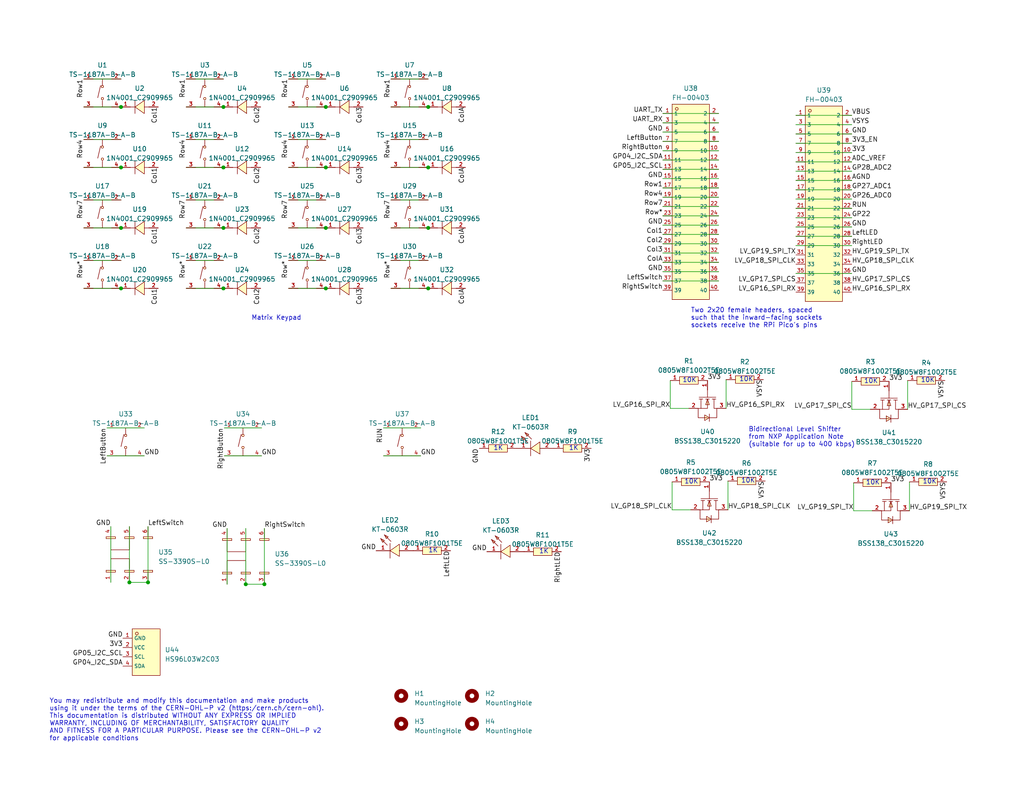
<source format=kicad_sch>
(kicad_sch (version 20230121) (generator eeschema)
  (paper "USLetter")
  (title_block (title "Cow Pi") (date "2023-09-09") (rev "mk4a") (comment 1 "This source describes Open Hardware and is licensed under the CERN-OHLP v2.") (comment 2 "Copyright (c) 2023 Christopher A. Bohn") (comment 3 "Display Module: I2C-controlled pre-packaged SSD13xx 128x64 OLED graphic display") (comment 4 "Microcontroller: Raspberry Pi Pico -- 3.3V with GP16-GP19 pins boosted to 5V"))
  (lib_symbols
    (symbol "0805W8F1001T5E:0805W8F1001T5E" (pin_names hide)
      (property "Reference" "R" (at 0 1.27 0))
      (property "Value" "0805W8F1001T5E" (at 0 -2.54 0))
      (symbol "0805W8F1001T5E_0_1"
        (rectangle (start -2.54 1.016) (end 2.54 -1.016) (fill (type background)))
        (pin input line (at -5.08 0 0) (length 2.54) (name "1") (number "1"))
        (pin input line (at 5.08 0 180) (length 2.54) (name "2") (number "2"))
      )
    )
    (symbol "0805W8F1002T5E:0805W8F1002T5E" (pin_names hide)
      (property "Reference" "R" (at 0 1.27 0))
      (property "Value" "0805W8F1002T5E" (at 0 -2.54 0))
      (symbol "0805W8F1002T5E_0_1"
        (rectangle (start -2.54 1.016) (end 2.54 -1.016) (fill (type background)))
        (pin input line (at -5.08 0 0) (length 2.54) (name "1") (number "1"))
        (pin input line (at 5.08 0 180) (length 2.54) (name "2") (number "2"))
      )
    )
    (symbol "1N4001_C2909965:1N4001_C2909965" (pin_names hide)
      (property "Reference" "U" (at 0 1.27 0))
      (property "Value" "1N4001_C2909965" (at 0 -2.54 0))
      (symbol "1N4001_C2909965_0_1"
        (polyline (pts (xy -1.27 0) (xy -2.54 0)))
        (polyline (pts (xy -1.27 1.778) (xy -1.27 -1.778)))
        (polyline (pts (xy 2.54 0) (xy 1.27 0)))
        (polyline (pts (xy 1.27 1.778) (xy -1.27 0) (xy 1.27 -1.778) (xy 1.27 1.778)) (fill (type background)))
        (pin unspecified line (at -5.08 0 0) (length 2.54) (name "K") (number "1"))
        (pin unspecified line (at 5.08 0 180) (length 2.54) (name "A") (number "2"))
      )
    )
    (symbol "BSS138_C3015220:BSS138_C3015220" (pin_names hide)
      (property "Reference" "U" (at 0 1.27 0))
      (property "Value" "BSS138_C3015220" (at 0 -2.54 0))
      (symbol "BSS138_C3015220_0_1"
        (polyline (pts (xy -5.08 0) (xy -3.048 0)))
        (polyline (pts (xy -3.048 2.286) (xy -3.048 -2.286)))
        (polyline (pts (xy -2.54 -2.286) (xy -2.54 -1.27)))
        (polyline (pts (xy -2.54 -0.508) (xy -2.54 0.508)))
        (polyline (pts (xy -2.54 2.286) (xy -2.54 1.27)))
        (polyline (pts (xy 0 -1.778) (xy -2.54 -1.778)))
        (polyline (pts (xy -2.54 0) (xy -1.016 -0.508) (xy -1.016 0.508) (xy -2.54 0)) (fill (type background)))
        (polyline (pts (xy 2.54 0.508) (xy 1.778 -0.762) (xy 3.302 -0.762) (xy 2.54 0.508)) (fill (type background)))
        (polyline (pts (xy 3.556 0.508) (xy 3.048 0.508) (xy 2.032 0.508) (xy 1.524 0.508)))
        (polyline (pts (xy -2.54 1.778) (xy 0 1.778) (xy 0 2.54) (xy 2.54 2.54) (xy 2.54 0.508)))
        (polyline (pts (xy -2.54 0) (xy 0 0) (xy 0 -2.54) (xy 2.54 -2.54) (xy 2.54 -2.54) (xy 2.54 0)))
        (pin unspecified line (at -7.62 0 0) (length 2.54) (name "G") (number "1"))
        (pin unspecified line (at 0 -5.08 90) (length 2.54) (name "S") (number "2"))
        (pin unspecified line (at 0 5.08 270) (length 2.54) (name "D") (number "3"))
      )
    )
    (symbol "FH-00403:FH-00403"
      (property "Reference" "U" (at 0 1.27 0))
      (property "Value" "FH-00403" (at 0 -2.54 0))
      (symbol "FH-00403_0_1"
        (rectangle (start -5.08 25.4001) (end 5.08 -27.9401) (fill (type background)))
        (circle (center -3.81 24.13) (radius 0.381) (fill (type background)))
        (pin unspecified line (at -7.62 22.86 0) (length 2.54) (name "1") (number "1"))
        (pin unspecified line (at 7.62 12.7 180) (length 2.54) (name "10") (number "10"))
        (pin unspecified line (at -7.62 10.16 0) (length 2.54) (name "11") (number "11"))
        (pin unspecified line (at 7.62 10.16 180) (length 2.54) (name "12") (number "12"))
        (pin unspecified line (at -7.62 7.62 0) (length 2.54) (name "13") (number "13"))
        (pin unspecified line (at 7.62 7.62 180) (length 2.54) (name "14") (number "14"))
        (pin unspecified line (at -7.62 5.08 0) (length 2.54) (name "15") (number "15"))
        (pin unspecified line (at 7.62 5.08 180) (length 2.54) (name "16") (number "16"))
        (pin unspecified line (at -7.62 2.54 0) (length 2.54) (name "17") (number "17"))
        (pin unspecified line (at 7.62 2.54 180) (length 2.54) (name "18") (number "18"))
        (pin unspecified line (at -7.62 0 0) (length 2.54) (name "19") (number "19"))
        (pin unspecified line (at 7.62 22.86 180) (length 2.54) (name "2") (number "2"))
        (pin unspecified line (at 7.62 0 180) (length 2.54) (name "20") (number "20"))
        (pin unspecified line (at -7.62 -2.54 0) (length 2.54) (name "21") (number "21"))
        (pin unspecified line (at 7.62 -2.54 180) (length 2.54) (name "22") (number "22"))
        (pin unspecified line (at -7.62 -5.08 0) (length 2.54) (name "23") (number "23"))
        (pin unspecified line (at 7.62 -5.08 180) (length 2.54) (name "24") (number "24"))
        (pin unspecified line (at -7.62 -7.62 0) (length 2.54) (name "25") (number "25"))
        (pin unspecified line (at 7.62 -7.62 180) (length 2.54) (name "26") (number "26"))
        (pin unspecified line (at -7.62 -10.16 0) (length 2.54) (name "27") (number "27"))
        (pin unspecified line (at 7.62 -10.16 180) (length 2.54) (name "28") (number "28"))
        (pin unspecified line (at -7.62 -12.7 0) (length 2.54) (name "29") (number "29"))
        (pin unspecified line (at -7.62 20.32 0) (length 2.54) (name "3") (number "3"))
        (pin unspecified line (at 7.62 -12.7 180) (length 2.54) (name "30") (number "30"))
        (pin unspecified line (at -7.62 -15.24 0) (length 2.54) (name "31") (number "31"))
        (pin unspecified line (at 7.62 -15.24 180) (length 2.54) (name "32") (number "32"))
        (pin unspecified line (at -7.62 -17.78 0) (length 2.54) (name "33") (number "33"))
        (pin unspecified line (at 7.62 -17.78 180) (length 2.54) (name "34") (number "34"))
        (pin unspecified line (at -7.62 -20.32 0) (length 2.54) (name "35") (number "35"))
        (pin unspecified line (at 7.62 -20.32 180) (length 2.54) (name "36") (number "36"))
        (pin unspecified line (at -7.62 -22.86 0) (length 2.54) (name "37") (number "37"))
        (pin unspecified line (at 7.62 -22.86 180) (length 2.54) (name "38") (number "38"))
        (pin unspecified line (at -7.62 -25.4001 0) (length 2.54) (name "39") (number "39"))
        (pin unspecified line (at 7.62 20.32 180) (length 2.54) (name "4") (number "4"))
        (pin unspecified line (at 7.62 -25.4001 180) (length 2.54) (name "40") (number "40"))
        (pin unspecified line (at -7.62 17.78 0) (length 2.54) (name "5") (number "5"))
        (pin unspecified line (at 7.62 17.78 180) (length 2.54) (name "6") (number "6"))
        (pin unspecified line (at -7.62 15.24 0) (length 2.54) (name "7") (number "7"))
        (pin unspecified line (at 7.62 15.24 180) (length 2.54) (name "8") (number "8"))
        (pin unspecified line (at -7.62 12.7 0) (length 2.54) (name "9") (number "9"))
      )
    )
    (symbol "HS96L03W2C03:HS96L03W2C03"
      (property "Reference" "U" (at 0 1.27 0))
      (property "Value" "HS96L03W2C03" (at 0 -2.54 0))
      (symbol "HS96L03W2C03_0_1"
        (rectangle (start -3.81 6.35) (end 3.81 -6.35) (fill (type background)))
        (circle (center -2.54 5.08) (radius 0.381) (fill (type background)))
        (pin unspecified line (at -6.35 3.81 0) (length 2.54) (name "GND") (number "1"))
        (pin unspecified line (at -6.35 1.27 0) (length 2.54) (name "VCC") (number "2"))
        (pin unspecified line (at -6.35 -1.27 0) (length 2.54) (name "SCL") (number "3"))
        (pin unspecified line (at -6.35 -3.81 0) (length 2.54) (name "SDA") (number "4"))
      )
    )
    (symbol "KT-0603R:KT-0603R" (pin_names hide)
      (property "Reference" "LED" (at 0 1.27 0))
      (property "Value" "KT-0603R" (at 0 -2.54 0))
      (symbol "KT-0603R_0_1"
        (polyline (pts (xy -2.032 1.524) (xy -3.81 3.302)))
        (polyline (pts (xy -1.27 2.032) (xy -1.27 -2.032)))
        (polyline (pts (xy -1.016 2.54) (xy -2.794 4.318)))
        (polyline (pts (xy -3.81 3.302) (xy -2.794 2.794) (xy -3.302 2.286) (xy -3.81 3.302)) (fill (type background)))
        (polyline (pts (xy -2.794 4.318) (xy -1.778 3.81) (xy -2.286 3.302) (xy -2.794 4.318)) (fill (type background)))
        (polyline (pts (xy 1.27 -1.524) (xy -1.27 0) (xy 1.27 1.778) (xy 1.27 -1.524)) (fill (type background)))
        (pin unspecified line (at -5.08 0 0) (length 3.81) (name "K") (number "1"))
        (pin unspecified line (at 5.08 0 180) (length 3.81) (name "A") (number "2"))
      )
    )
    (symbol "Mechanical:MountingHole" (pin_names (offset 1.016))
      (property "Reference" "H" (at 0 5.08 0))
      (property "Value" "MountingHole" (at 0 3.175 0))
      (symbol "MountingHole_0_1"
        (circle (center 0 0) (radius 1.27) (stroke (width 1.27)))
      )
    )
    (symbol "SS-3390S-L0:SS-3390S-L0" (pin_names hide)
      (property "Reference" "U" (at 0 1.27 0))
      (property "Value" "SS-3390S-L0" (at 0 -2.54 0))
      (symbol "SS-3390S-L0_0_1"
        (rectangle (start -6.35 -4.318) (end -3.81 -4.826) (fill (type background)))
        (rectangle (start -6.35 4.826) (end -3.81 4.318) (fill (type background)))
        (rectangle (start -1.27 -4.318) (end 1.27 -4.826) (fill (type background)))
        (rectangle (start -1.27 4.826) (end 1.27 4.318) (fill (type background)))
        (polyline (pts (xy -5.08 4.064) (xy -5.08 1.27) (xy 0 1.27) (xy 0 4.064)))
        (polyline (pts (xy 0 -3.937) (xy 0 -1.143) (xy -5.08 -1.143) (xy -5.08 -3.937)))
        (rectangle (start 3.81 -4.318) (end 6.35 -4.826) (fill (type background)))
        (rectangle (start 3.81 4.826) (end 6.35 4.318) (fill (type background)))
        (pin unspecified line (at -5.08 -7.62 90) (length 2.54) (name "1") (number "1"))
        (pin unspecified line (at 0 -7.62 90) (length 2.54) (name "2") (number "2"))
        (pin unspecified line (at 5.08 -7.62 90) (length 2.54) (name "3") (number "3"))
        (pin unspecified line (at -5.08 7.62 270) (length 2.54) (name "4") (number "4"))
        (pin unspecified line (at 0 7.62 270) (length 2.54) (name "5") (number "5"))
        (pin unspecified line (at 5.08 7.62 270) (length 2.54) (name "6") (number "6"))
      )
    )
    (symbol "TS-1187A-B-A-B:TS-1187A-B-A-B" (pin_names hide)
      (property "Reference" "U" (at 0 1.27 0))
      (property "Value" "TS-1187A-B-A-B" (at 0 -2.54 0))
      (symbol "TS-1187A-B-A-B_0_1"
        (circle (center 0 -2.794) (radius 0.3175) (fill (type background)))
        (polyline (pts (xy -2.54 -5.08) (xy 2.54 -5.08)))
        (polyline (pts (xy -2.54 2.54) (xy 2.54 2.54)))
        (polyline (pts (xy -0.508 0.762) (xy -1.27 -2.54)))
        (polyline (pts (xy 0 -3.302) (xy 0 -5.08)))
        (polyline (pts (xy 0 0.762) (xy 0 2.54)))
        (circle (center 0 0.508) (radius 0.3175) (fill (type background)))
        (pin unspecified line (at -5.08 2.54 0) (length 2.54) (name "A") (number "1"))
        (pin unspecified line (at 5.08 2.54 180) (length 2.54) (name "B") (number "2"))
        (pin unspecified line (at -5.08 -5.08 0) (length 2.54) (name "C") (number "3"))
        (pin unspecified line (at 5.08 -5.08 180) (length 2.54) (name "D") (number "4"))
      )
    )
  )
  (junction (at 116.84 45.72))
  (junction (at 88.9 29.21))
  (junction (at 88.9 62.23))
  (junction (at 116.84 29.21))
  (junction (at 116.84 62.23))
  (junction (at 88.9 78.74))
  (junction (at 60.96 45.72))
  (junction (at 60.96 29.21))
  (junction (at 33.02 45.72))
  (junction (at 60.96 62.23))
  (junction (at 35.306 159.004))
  (junction (at 67.056 159.512))
  (junction (at 116.84 78.74))
  (junction (at 33.02 78.74))
  (junction (at 60.96 78.74))
  (junction (at 33.02 62.23))
  (junction (at 88.9 45.72))
  (junction (at 33.02 29.21))
  (junction (at 72.136 159.512))
  (junction (at 40.386 159.004))
  (wire (pts (xy 187.96 111.506) (xy 182.88 111.506)))
  (wire (pts (xy 237.998 139.446) (xy 232.918 139.446)))
  (wire (pts (xy 106.68 62.23) (xy 116.84 62.23)))
  (wire (pts (xy 29.21 116.84) (xy 39.37 116.84)))
  (wire (pts (xy 35.306 143.764) (xy 35.306 159.004)))
  (wire (pts (xy 217.17 59.436) (xy 232.41 59.436)))
  (wire (pts (xy 50.8 62.23) (xy 60.96 62.23)))
  (wire (pts (xy 180.848 58.928) (xy 196.088 58.928)))
  (wire (pts (xy 67.056 159.512) (xy 72.136 159.512)))
  (wire (pts (xy 180.848 76.708) (xy 196.088 76.708)))
  (wire (pts (xy 180.848 30.988) (xy 196.088 30.988)))
  (wire (pts (xy 104.648 124.46) (xy 114.808 124.46)))
  (wire (pts (xy 22.86 21.59) (xy 33.02 21.59)))
  (wire (pts (xy 237.49 111.76) (xy 232.41 111.76)))
  (wire (pts (xy 217.17 67.056) (xy 232.41 67.056)))
  (wire (pts (xy 61.976 144.272) (xy 61.976 159.512)))
  (wire (pts (xy 35.306 159.004) (xy 40.386 159.004)))
  (wire (pts (xy 106.68 45.72) (xy 116.84 45.72)))
  (wire (pts (xy 217.17 46.736) (xy 232.41 46.736)))
  (wire (pts (xy 29.21 124.46) (xy 39.37 124.46)))
  (wire (pts (xy 217.17 54.356) (xy 232.41 54.356)))
  (wire (pts (xy 232.41 104.14) (xy 232.41 111.76)))
  (wire (pts (xy 30.226 143.764) (xy 30.226 159.004)))
  (wire (pts (xy 106.68 29.21) (xy 116.84 29.21)))
  (wire (pts (xy 106.68 71.12) (xy 116.84 71.12)))
  (wire (pts (xy 232.918 131.826) (xy 232.918 139.446)))
  (wire (pts (xy 78.74 29.21) (xy 88.9 29.21)))
  (wire (pts (xy 104.648 116.84) (xy 114.808 116.84)))
  (wire (pts (xy 67.056 144.272) (xy 67.056 159.512)))
  (wire (pts (xy 183.388 131.572) (xy 183.388 139.192)))
  (wire (pts (xy 180.848 43.688) (xy 196.088 43.688)))
  (wire (pts (xy 22.86 29.21) (xy 33.02 29.21)))
  (wire (pts (xy 180.848 41.148) (xy 196.088 41.148)))
  (wire (pts (xy 78.74 71.12) (xy 88.9 71.12)))
  (wire (pts (xy 188.468 139.192) (xy 183.388 139.192)))
  (wire (pts (xy 106.68 38.1) (xy 116.84 38.1)))
  (wire (pts (xy 180.848 46.228) (xy 196.088 46.228)))
  (wire (pts (xy 217.17 64.516) (xy 232.41 64.516)))
  (wire (pts (xy 217.17 36.576) (xy 232.41 36.576)))
  (wire (pts (xy 22.86 54.61) (xy 33.02 54.61)))
  (wire (pts (xy 198.628 131.318) (xy 198.628 139.192)))
  (wire (pts (xy 217.17 74.676) (xy 232.41 74.676)))
  (wire (pts (xy 78.74 38.1) (xy 88.9 38.1)))
  (wire (pts (xy 217.17 39.116) (xy 232.41 39.116)))
  (wire (pts (xy 22.86 62.23) (xy 33.02 62.23)))
  (wire (pts (xy 50.8 78.74) (xy 60.96 78.74)))
  (wire (pts (xy 180.848 48.768) (xy 196.088 48.768)))
  (wire (pts (xy 180.848 69.088) (xy 196.088 69.088)))
  (wire (pts (xy 50.8 21.59) (xy 60.96 21.59)))
  (wire (pts (xy 180.848 71.628) (xy 196.088 71.628)))
  (wire (pts (xy 61.214 116.84) (xy 71.374 116.84)))
  (wire (pts (xy 40.386 143.764) (xy 40.386 159.004)))
  (wire (pts (xy 78.74 45.72) (xy 88.9 45.72)))
  (wire (pts (xy 180.848 36.068) (xy 196.088 36.068)))
  (wire (pts (xy 217.17 61.976) (xy 232.41 61.976)))
  (wire (pts (xy 180.848 53.848) (xy 196.088 53.848)))
  (wire (pts (xy 106.68 21.59) (xy 116.84 21.59)))
  (wire (pts (xy 106.68 54.61) (xy 116.84 54.61)))
  (wire (pts (xy 247.65 103.886) (xy 247.65 111.76)))
  (wire (pts (xy 22.86 71.12) (xy 33.02 71.12)))
  (wire (pts (xy 217.17 41.656) (xy 232.41 41.656)))
  (wire (pts (xy 180.848 33.528) (xy 196.088 33.528)))
  (wire (pts (xy 180.848 64.008) (xy 196.088 64.008)))
  (wire (pts (xy 78.74 62.23) (xy 88.9 62.23)))
  (wire (pts (xy 182.88 103.886) (xy 182.88 111.506)))
  (wire (pts (xy 217.17 56.896) (xy 232.41 56.896)))
  (wire (pts (xy 50.8 45.72) (xy 60.96 45.72)))
  (wire (pts (xy 180.848 66.548) (xy 196.088 66.548)))
  (wire (pts (xy 217.17 49.276) (xy 232.41 49.276)))
  (wire (pts (xy 217.17 31.496) (xy 232.41 31.496)))
  (wire (pts (xy 217.17 51.816) (xy 232.41 51.816)))
  (wire (pts (xy 22.86 38.1) (xy 33.02 38.1)))
  (wire (pts (xy 50.8 71.12) (xy 60.96 71.12)))
  (wire (pts (xy 22.86 78.74) (xy 33.02 78.74)))
  (wire (pts (xy 22.86 45.72) (xy 33.02 45.72)))
  (wire (pts (xy 78.74 54.61) (xy 88.9 54.61)))
  (wire (pts (xy 61.214 124.46) (xy 71.374 124.46)))
  (wire (pts (xy 217.17 44.196) (xy 232.41 44.196)))
  (wire (pts (xy 180.848 61.468) (xy 196.088 61.468)))
  (wire (pts (xy 50.8 29.21) (xy 60.96 29.21)))
  (wire (pts (xy 198.12 103.632) (xy 198.12 111.506)))
  (wire (pts (xy 106.68 78.74) (xy 116.84 78.74)))
  (wire (pts (xy 180.848 74.168) (xy 196.088 74.168)))
  (wire (pts (xy 248.158 131.572) (xy 248.158 139.446)))
  (wire (pts (xy 78.74 21.59) (xy 88.9 21.59)))
  (wire (pts (xy 50.8 38.1) (xy 60.96 38.1)))
  (wire (pts (xy 50.8 54.61) (xy 60.96 54.61)))
  (wire (pts (xy 180.848 56.388) (xy 196.088 56.388)))
  (wire (pts (xy 78.74 78.74) (xy 88.9 78.74)))
  (wire (pts (xy 180.848 38.608) (xy 196.088 38.608)))
  (wire (pts (xy 180.848 51.308) (xy 196.088 51.308)))
  (wire (pts (xy 217.17 34.036) (xy 232.41 34.036)))
  (wire (pts (xy 72.136 144.272) (xy 72.136 159.512)))
  (text "10K" (at 186.69 132.334 0) (effects (font (size 1.27 1.27)) (justify left bottom)))
  (text "10K" (at 202.184 132.08 0) (effects (font (size 1.27 1.27)) (justify left bottom)))
  (text "You may redistribute and modify this documentation and make products\nusing it under the terms of the CERN-OHL-P v2 (https:/cern.ch/cern-ohl).\nThis documentation is distributed WITHOUT ANY EXPRESS OR IMPLIED\nWARRANTY, INCLUDING OF MERCHANTABILITY, SATISFACTORY QUALITY\nAND FITNESS FOR A PARTICULAR PURPOSE. Please see the CERN-OHL-P v2\nfor applicable conditions" (at 13.462 202.438 0) (effects (font (size 1.27 1.27)) (justify left bottom)))
  (text "Two 2x20 female headers, spaced\nsuch that the inward-facing sockets\nsockets receive the RPi Pico's pins" (at 188.468 89.662 0) (effects (font (size 1.27 1.27)) (justify left bottom)))
  (text "10K" (at 251.206 104.648 0) (effects (font (size 1.27 1.27)) (justify left bottom)))
  (text "10K" (at 186.182 104.648 0) (effects (font (size 1.27 1.27)) (justify left bottom)))
  (text "10K" (at 201.676 104.394 0) (effects (font (size 1.27 1.27)) (justify left bottom)))
  (text "1K" (at 155.194 123.19 0) (effects (font (size 1.27 1.27)) (justify left bottom)))
  (text "10K" (at 236.22 132.588 0) (effects (font (size 1.27 1.27)) (justify left bottom)))
  (text "10K" (at 251.714 132.334 0) (effects (font (size 1.27 1.27)) (justify left bottom)))
  (text "1K" (at 116.84 151.13 0) (effects (font (size 1.27 1.27)) (justify left bottom)))
  (text "1K" (at 134.62 123.19 0) (effects (font (size 1.27 1.27)) (justify left bottom)))
  (text "Bidirectional Level Shifter\nfrom NXP Application Note\n(suitable for up to 400 kbps)" (at 204.216 122.174 0) (effects (font (size 1.27 1.27)) (justify left bottom)))
  (text "Matrix Keypad" (at 68.58 87.63 0) (effects (font (size 1.27 1.27)) (justify left bottom)))
  (text "1K" (at 147.066 151.384 0) (effects (font (size 1.27 1.27)) (justify left bottom)))
  (text "10K" (at 235.712 104.902 0) (effects (font (size 1.27 1.27)) (justify left bottom)))
  (label "GP27_ADC1" (at 232.41 51.816 0))
  (label "GND" (at 232.41 36.576 0))
  (label "Row1" (at 22.86 21.59 270))
  (label "GP04_I2C_SDA" (at 180.848 43.688 180))
  (label "LeftLED" (at 122.936 150.368 270))
  (label "LV_GP19_SPI_TX" (at 217.17 69.596 180))
  (label "RightButton" (at 180.848 41.148 180))
  (label "Row1" (at 78.74 21.59 270))
  (label "GND" (at 102.616 150.368 180))
  (label "LeftButton" (at 180.848 38.608 180))
  (label "HV_GP17_SPI_CS" (at 232.41 77.216 0))
  (label "Row1" (at 180.848 51.308 180))
  (label "GP26_ADC0" (at 232.41 54.356 0))
  (label "ADC_VREF" (at 232.41 44.196 0))
  (label "Row1" (at 50.8 21.59 270))
  (label "Row7" (at 22.86 54.61 270))
  (label "ColA" (at 127 78.74 270))
  (label "GND" (at 180.848 61.468 180))
  (label "LV_GP19_SPI_TX" (at 232.918 139.446 180))
  (label "Row7" (at 78.74 54.61 270))
  (label "LeftSwitch" (at 180.848 76.708 180))
  (label "VSYS" (at 232.41 34.036 0))
  (label "GP28_ADC2" (at 232.41 46.736 0))
  (label "AGND" (at 232.41 49.276 0))
  (label "GND" (at 180.848 48.768 180))
  (label "Col1" (at 43.18 62.23 270))
  (label "3V3" (at 232.41 41.656 0))
  (label "GND" (at 180.848 36.068 180))
  (label "GND" (at 232.41 61.976 0))
  (label "RUN" (at 232.41 56.896 0))
  (label "GND" (at 114.808 124.46 0))
  (label "RUN" (at 104.648 116.84 270))
  (label "Row*" (at 78.74 71.12 270))
  (label "Col1" (at 43.18 45.72 270))
  (label "Row4" (at 50.8 38.1 270))
  (label "HV_GP18_SPI_CLK" (at 232.41 72.136 0))
  (label "3V3" (at 33.528 176.784 180))
  (label "HV_GP16_SPI_RX" (at 198.12 111.506 0))
  (label "HV_GP18_SPI_CLK" (at 198.628 139.192 0))
  (label "Col3" (at 180.848 69.088 180))
  (label "Row*" (at 180.848 58.928 180))
  (label "GND" (at 180.848 74.168 180))
  (label "GND" (at 71.374 124.46 0))
  (label "Row*" (at 106.68 71.12 270))
  (label "3V3" (at 161.29 122.428 270))
  (label "Row*" (at 50.8 71.12 270))
  (label "VSYS" (at 208.788 131.318 270))
  (label "Col2" (at 71.12 62.23 270))
  (label "RightLED" (at 153.162 150.622 270))
  (label "UART_TX" (at 180.848 30.988 180))
  (label "LV_GP17_SPI_CS" (at 217.17 77.216 180))
  (label "Col2" (at 71.12 29.21 270))
  (label "Row7" (at 50.8 54.61 270))
  (label "ColA" (at 127 29.21 270))
  (label "Col2" (at 180.848 66.548 180))
  (label "Row7" (at 180.848 56.388 180))
  (label "GND" (at 232.41 74.676 0))
  (label "HV_GP16_SPI_RX" (at 232.41 79.756 0))
  (label "LV_GP17_SPI_CS" (at 232.41 111.76 180))
  (label "Row4" (at 106.68 38.1 270))
  (label "Row4" (at 78.74 38.1 270))
  (label "Row1" (at 106.68 21.59 270))
  (label "Col1" (at 43.18 78.74 270))
  (label "LeftButton" (at 29.21 116.84 270))
  (label "VSYS" (at 208.28 103.632 270))
  (label "RightSwitch" (at 180.848 79.248 180))
  (label "GP22" (at 232.41 59.436 0))
  (label "GND" (at 132.842 150.622 180))
  (label "GP04_I2C_SDA" (at 33.528 181.864 180))
  (label "3V3" (at 243.078 131.826 0))
  (label "GND" (at 39.37 124.46 0))
  (label "LeftSwitch" (at 40.386 143.764 0))
  (label "HV_GP19_SPI_TX" (at 248.158 139.446 0))
  (label "RightButton" (at 61.214 116.84 270))
  (label "Col3" (at 99.06 45.72 270))
  (label "LeftLED" (at 232.41 64.516 0))
  (label "LV_GP16_SPI_RX" (at 217.17 79.756 180))
  (label "Col3" (at 99.06 29.21 270))
  (label "Row*" (at 22.86 71.12 270))
  (label "GND" (at 130.81 122.428 270))
  (label "Col2" (at 71.12 78.74 270))
  (label "3V3" (at 242.57 104.14 0))
  (label "LV_GP18_SPI_CLK" (at 217.17 72.136 180))
  (label "Row7" (at 106.68 54.61 270))
  (label "ColA" (at 180.848 71.628 180))
  (label "HV_GP19_SPI_TX" (at 232.41 69.596 0))
  (label "Row4" (at 180.848 53.848 180))
  (label "LV_GP18_SPI_CLK" (at 183.388 139.192 180))
  (label "VSYS" (at 258.318 131.572 270))
  (label "GND" (at 30.226 143.764 180))
  (label "Col1" (at 180.848 64.008 180))
  (label "Col1" (at 43.18 29.21 270))
  (label "GP05_I2C_SCL" (at 180.848 46.228 180))
  (label "VSYS" (at 257.81 103.886 270))
  (label "ColA" (at 127 62.23 270))
  (label "3V3" (at 193.548 131.572 0))
  (label "RightSwitch" (at 72.136 144.272 0))
  (label "HV_GP17_SPI_CS" (at 247.65 111.76 0))
  (label "Col3" (at 99.06 62.23 270))
  (label "VBUS" (at 232.41 31.496 0))
  (label "3V3" (at 193.04 103.886 0))
  (label "Col2" (at 71.12 45.72 270))
  (label "LV_GP16_SPI_RX" (at 182.88 111.506 180))
  (label "Row4" (at 22.86 38.1 270))
  (label "RightLED" (at 232.41 67.056 0))
  (label "GP05_I2C_SCL" (at 33.528 179.324 180))
  (label "UART_RX" (at 180.848 33.528 180))
  (label "Col3" (at 99.06 78.74 270))
  (label "ColA" (at 127 45.72 270))
  (label "GND" (at 61.976 144.272 180))
  (label "3V3_EN" (at 232.41 39.116 0))
  (label "GND" (at 33.528 174.244 180))
  (symbol (lib_id "BSS138_C3015220:BSS138_C3015220") (at 193.04 111.506 270) (unit 1)
    (property "Reference" "U40" (at 193.04 117.856 90))
    (property "Value" "BSS138_C3015220" (at 193.04 120.396 90))
    (property "Footprint" "footprint:SOT-23-3_L2.9-W1.3-P1.90-LS2.4-BR-1" (effects hide))
    (property "Datasheet" "https://www.diodes.com/assets/Package-Files/SOT23.pdf" (effects hide))
    (property "LCSC" "C3015220" (effects hide))
  )
  (symbol (lib_id "0805W8F1002T5E:0805W8F1002T5E") (at 203.2 103.632 0) (unit 1)
    (property "Reference" "R2" (at 203.2 98.806 0))
    (property "Value" "0805W8F1002T5E" (at 203.2 101.346 0))
    (property "Footprint" "footprint:R0805" (effects hide))
    (property "Datasheet" "https://item.szlcsc.com/142685.html" (effects hide))
    (property "LCSC" "C17414" (effects hide))
  )
  (symbol (lib_id "TS-1187A-B-A-B:TS-1187A-B-A-B") (at 111.76 40.64 0) (unit 1)
    (property "Reference" "U15" (at 111.76 34.29 0))
    (property "Value" "TS-1187A-B-A-B" (at 111.76 36.83 0))
    (property "Footprint" "footprint:SW-SMD_4P-L5.1-W5.1-P3.70-LS6.5-TL-2" (effects hide))
    (property "Datasheet" "https://item.szlcsc.com/300285.html" (effects hide))
    (property "LCSC" "C318884" (effects hide))
  )
  (symbol (lib_id "0805W8F1002T5E:0805W8F1002T5E") (at 203.708 131.318 0) (unit 1)
    (property "Reference" "R6" (at 203.708 126.492 0))
    (property "Value" "0805W8F1002T5E" (at 203.708 129.032 0))
    (property "Footprint" "footprint:R0805" (effects hide))
    (property "Datasheet" "https://item.szlcsc.com/142685.html" (effects hide))
    (property "LCSC" "C17414" (effects hide))
  )
  (symbol (lib_id "0805W8F1002T5E:0805W8F1002T5E") (at 188.468 131.572 0) (unit 1)
    (property "Reference" "R5" (at 188.468 126.238 0))
    (property "Value" "0805W8F1002T5E" (at 188.468 128.778 0))
    (property "Footprint" "footprint:R0805" (effects hide))
    (property "Datasheet" "https://item.szlcsc.com/142685.html" (effects hide))
    (property "LCSC" "C17414" (effects hide))
  )
  (symbol (lib_id "TS-1187A-B-A-B:TS-1187A-B-A-B") (at 34.29 119.38 0) (unit 1)
    (property "Reference" "U33" (at 34.29 113.03 0))
    (property "Value" "TS-1187A-B-A-B" (at 34.29 115.57 0))
    (property "Footprint" "footprint:SW-SMD_4P-L5.1-W5.1-P3.70-LS6.5-TL-2" (effects hide))
    (property "Datasheet" "https://item.szlcsc.com/300285.html" (effects hide))
    (property "LCSC" "C318884" (effects hide))
  )
  (symbol (lib_id "1N4001_C2909965:1N4001_C2909965") (at 66.04 62.23 0) (unit 1)
    (property "Reference" "U23" (at 66.04 57.15 0))
    (property "Value" "1N4001_C2909965" (at 66.04 59.69 0))
    (property "Footprint" "footprint:SMA_L4.2-W2.6-LS5.0-RD" (effects hide))
    (property "Datasheet" "https://atta.szlcsc.com/upload/public/pdf/source/20211027/5AE7E905FA0C08CC7DD61360253C0AAD.pdf" (effects hide))
    (property "LCSC" "C2909965" (effects hide))
  )
  (symbol (lib_id "BSS138_C3015220:BSS138_C3015220") (at 193.548 139.192 270) (unit 1)
    (property "Reference" "U42" (at 193.548 145.542 90))
    (property "Value" "BSS138_C3015220" (at 193.548 148.082 90))
    (property "Footprint" "footprint:SOT-23-3_L2.9-W1.3-P1.90-LS2.4-BR-1" (effects hide))
    (property "Datasheet" "https://www.diodes.com/assets/Package-Files/SOT23.pdf" (effects hide))
    (property "LCSC" "C3015220" (effects hide))
  )
  (symbol (lib_id "0805W8F1002T5E:0805W8F1002T5E") (at 187.96 103.886 0) (unit 1)
    (property "Reference" "R1" (at 187.96 98.552 0))
    (property "Value" "0805W8F1002T5E" (at 187.96 101.092 0))
    (property "Footprint" "footprint:R0805" (effects hide))
    (property "Datasheet" "https://item.szlcsc.com/142685.html" (effects hide))
    (property "LCSC" "C17414" (effects hide))
  )
  (symbol (lib_id "TS-1187A-B-A-B:TS-1187A-B-A-B") (at 66.294 119.38 0) (unit 1)
    (property "Reference" "U34" (at 66.294 113.03 0))
    (property "Value" "TS-1187A-B-A-B" (at 66.294 115.57 0))
    (property "Footprint" "footprint:SW-SMD_4P-L5.1-W5.1-P3.70-LS6.5-TL-2" (effects hide))
    (property "Datasheet" "https://item.szlcsc.com/300285.html" (effects hide))
    (property "LCSC" "C318884" (effects hide))
  )
  (symbol (lib_id "1N4001_C2909965:1N4001_C2909965") (at 121.92 29.21 0) (unit 1)
    (property "Reference" "U8" (at 121.92 24.13 0))
    (property "Value" "1N4001_C2909965" (at 121.92 26.67 0))
    (property "Footprint" "footprint:SMA_L4.2-W2.6-LS5.0-RD" (effects hide))
    (property "Datasheet" "https://atta.szlcsc.com/upload/public/pdf/source/20211027/5AE7E905FA0C08CC7DD61360253C0AAD.pdf" (effects hide))
    (property "LCSC" "C2909965" (effects hide))
  )
  (symbol (lib_id "0805W8F1002T5E:0805W8F1002T5E") (at 252.73 103.886 0) (unit 1)
    (property "Reference" "R4" (at 252.73 99.06 0))
    (property "Value" "0805W8F1002T5E" (at 252.73 101.6 0))
    (property "Footprint" "footprint:R0805" (effects hide))
    (property "Datasheet" "https://item.szlcsc.com/142685.html" (effects hide))
    (property "LCSC" "C17414" (effects hide))
  )
  (symbol (lib_id "0805W8F1001T5E:0805W8F1001T5E") (at 156.21 122.428 0) (unit 1)
    (property "Reference" "R9" (at 156.21 117.856 0))
    (property "Value" "0805W8F1001T5E" (at 156.21 120.396 0))
    (property "Footprint" "footprint:R0805" (effects hide))
    (property "Datasheet" "https://item.szlcsc.com/142685.html" (effects hide))
    (property "LCSC" "C17513" (effects hide))
  )
  (symbol (lib_id "1N4001_C2909965:1N4001_C2909965") (at 121.92 78.74 0) (unit 1)
    (property "Reference" "U32" (at 121.92 73.66 0))
    (property "Value" "1N4001_C2909965" (at 121.92 76.2 0))
    (property "Footprint" "footprint:SMA_L4.2-W2.6-LS5.0-RD" (effects hide))
    (property "Datasheet" "https://atta.szlcsc.com/upload/public/pdf/source/20211027/5AE7E905FA0C08CC7DD61360253C0AAD.pdf" (effects hide))
    (property "LCSC" "C2909965" (effects hide))
  )
  (symbol (lib_id "TS-1187A-B-A-B:TS-1187A-B-A-B") (at 27.94 24.13 0) (unit 1)
    (property "Reference" "U1" (at 27.94 17.78 0))
    (property "Value" "TS-1187A-B-A-B" (at 27.94 20.32 0))
    (property "Footprint" "footprint:SW-SMD_4P-L5.1-W5.1-P3.70-LS6.5-TL-2" (effects hide))
    (property "Datasheet" "https://item.szlcsc.com/300285.html" (effects hide))
    (property "LCSC" "C318884" (effects hide))
  )
  (symbol (lib_id "KT-0603R:KT-0603R") (at 146.05 122.428 0) (unit 1)
    (property "Reference" "LED1" (at 144.78 114.046 0))
    (property "Value" "KT-0603R" (at 144.78 116.586 0))
    (property "Footprint" "footprint:LED0603-RD" (effects hide))
    (property "Datasheet" "https://item.szlcsc.com/347874.html" (effects hide))
    (property "LCSC" "C2286" (effects hide))
  )
  (symbol (lib_id "TS-1187A-B-A-B:TS-1187A-B-A-B") (at 27.94 73.66 0) (unit 1)
    (property "Reference" "U18" (at 27.94 67.31 0))
    (property "Value" "TS-1187A-B-A-B" (at 27.94 69.85 0))
    (property "Footprint" "footprint:SW-SMD_4P-L5.1-W5.1-P3.70-LS6.5-TL-2" (effects hide))
    (property "Datasheet" "https://item.szlcsc.com/300285.html" (effects hide))
    (property "LCSC" "C318884" (effects hide))
  )
  (symbol (lib_id "FH-00403:FH-00403") (at 188.468 53.848 0) (unit 1)
    (property "Reference" "U38" (at 188.468 24.13 0))
    (property "Value" "FH-00403" (at 188.468 26.67 0))
    (property "Footprint" "footprint:HDR-SMD_40P-P2.54-V-F-R2-C20-S8.8-EH" (effects hide))
    (property "Datasheet" "https://item.szlcsc.com/2784393.html" (effects hide))
    (property "LCSC" "C2685119" (effects hide))
  )
  (symbol (lib_id "TS-1187A-B-A-B:TS-1187A-B-A-B") (at 111.76 73.66 0) (unit 1)
    (property "Reference" "U30" (at 111.76 67.31 0))
    (property "Value" "TS-1187A-B-A-B" (at 111.76 69.85 0))
    (property "Footprint" "footprint:SW-SMD_4P-L5.1-W5.1-P3.70-LS6.5-TL-2" (effects hide))
    (property "Datasheet" "https://item.szlcsc.com/300285.html" (effects hide))
    (property "LCSC" "C318884" (effects hide))
  )
  (symbol (lib_id "KT-0603R:KT-0603R") (at 107.696 150.368 0) (unit 1)
    (property "Reference" "LED2" (at 106.426 141.986 0))
    (property "Value" "KT-0603R" (at 106.426 144.526 0))
    (property "Footprint" "footprint:LED0603-RD" (effects hide))
    (property "Datasheet" "https://item.szlcsc.com/347874.html" (effects hide))
    (property "LCSC" "C2286" (effects hide))
  )
  (symbol (lib_id "0805W8F1002T5E:0805W8F1002T5E") (at 237.49 104.14 0) (unit 1)
    (property "Reference" "R3" (at 237.49 98.806 0))
    (property "Value" "0805W8F1002T5E" (at 237.49 101.346 0))
    (property "Footprint" "footprint:R0805" (effects hide))
    (property "Datasheet" "https://item.szlcsc.com/142685.html" (effects hide))
    (property "LCSC" "C17414" (effects hide))
  )
  (symbol (lib_id "Mechanical:MountingHole") (at 109.474 197.612 0) (unit 1)
    (property "Reference" "H3" (at 113.03 196.977 0) (effects (justify left)))
    (property "Value" "MountingHole" (at 113.03 199.517 0) (effects (justify left)))
    (property "Footprint" "MountingHole:MountingHole_3mm_Pad" (effects hide))
  )
  (symbol (lib_id "1N4001_C2909965:1N4001_C2909965") (at 93.98 45.72 0) (unit 1)
    (property "Reference" "U14" (at 93.98 40.64 0))
    (property "Value" "1N4001_C2909965" (at 93.98 43.18 0))
    (property "Footprint" "footprint:SMA_L4.2-W2.6-LS5.0-RD" (effects hide))
    (property "Datasheet" "https://atta.szlcsc.com/upload/public/pdf/source/20211027/5AE7E905FA0C08CC7DD61360253C0AAD.pdf" (effects hide))
    (property "LCSC" "C2909965" (effects hide))
  )
  (symbol (lib_id "1N4001_C2909965:1N4001_C2909965") (at 66.04 29.21 0) (unit 1)
    (property "Reference" "U4" (at 66.04 24.13 0))
    (property "Value" "1N4001_C2909965" (at 66.04 26.67 0))
    (property "Footprint" "footprint:SMA_L4.2-W2.6-LS5.0-RD" (effects hide))
    (property "Datasheet" "https://atta.szlcsc.com/upload/public/pdf/source/20211027/5AE7E905FA0C08CC7DD61360253C0AAD.pdf" (effects hide))
    (property "LCSC" "C2909965" (effects hide))
  )
  (symbol (lib_id "1N4001_C2909965:1N4001_C2909965") (at 121.92 62.23 0) (unit 1)
    (property "Reference" "U31" (at 121.92 57.15 0))
    (property "Value" "1N4001_C2909965" (at 121.92 59.69 0))
    (property "Footprint" "footprint:SMA_L4.2-W2.6-LS5.0-RD" (effects hide))
    (property "Datasheet" "https://atta.szlcsc.com/upload/public/pdf/source/20211027/5AE7E905FA0C08CC7DD61360253C0AAD.pdf" (effects hide))
    (property "LCSC" "C2909965" (effects hide))
  )
  (symbol (lib_id "TS-1187A-B-A-B:TS-1187A-B-A-B") (at 83.82 57.15 0) (unit 1)
    (property "Reference" "U25" (at 83.82 50.8 0))
    (property "Value" "TS-1187A-B-A-B" (at 83.82 53.34 0))
    (property "Footprint" "footprint:SW-SMD_4P-L5.1-W5.1-P3.70-LS6.5-TL-2" (effects hide))
    (property "Datasheet" "https://item.szlcsc.com/300285.html" (effects hide))
    (property "LCSC" "C318884" (effects hide))
  )
  (symbol (lib_id "Mechanical:MountingHole") (at 128.778 197.612 0) (unit 1)
    (property "Reference" "H4" (at 132.334 196.977 0) (effects (justify left)))
    (property "Value" "MountingHole" (at 132.334 199.517 0) (effects (justify left)))
    (property "Footprint" "MountingHole:MountingHole_3mm_Pad" (effects hide))
  )
  (symbol (lib_id "1N4001_C2909965:1N4001_C2909965") (at 121.92 45.72 0) (unit 1)
    (property "Reference" "U16" (at 121.92 40.64 0))
    (property "Value" "1N4001_C2909965" (at 121.92 43.18 0))
    (property "Footprint" "footprint:SMA_L4.2-W2.6-LS5.0-RD" (effects hide))
    (property "Datasheet" "https://atta.szlcsc.com/upload/public/pdf/source/20211027/5AE7E905FA0C08CC7DD61360253C0AAD.pdf" (effects hide))
    (property "LCSC" "C2909965" (effects hide))
  )
  (symbol (lib_id "TS-1187A-B-A-B:TS-1187A-B-A-B") (at 111.76 57.15 0) (unit 1)
    (property "Reference" "U29" (at 111.76 50.8 0))
    (property "Value" "TS-1187A-B-A-B" (at 111.76 53.34 0))
    (property "Footprint" "footprint:SW-SMD_4P-L5.1-W5.1-P3.70-LS6.5-TL-2" (effects hide))
    (property "Datasheet" "https://item.szlcsc.com/300285.html" (effects hide))
    (property "LCSC" "C318884" (effects hide))
  )
  (symbol (lib_id "1N4001_C2909965:1N4001_C2909965") (at 66.04 78.74 0) (unit 1)
    (property "Reference" "U24" (at 66.04 73.66 0))
    (property "Value" "1N4001_C2909965" (at 66.04 76.2 0))
    (property "Footprint" "footprint:SMA_L4.2-W2.6-LS5.0-RD" (effects hide))
    (property "Datasheet" "https://atta.szlcsc.com/upload/public/pdf/source/20211027/5AE7E905FA0C08CC7DD61360253C0AAD.pdf" (effects hide))
    (property "LCSC" "C2909965" (effects hide))
  )
  (symbol (lib_id "TS-1187A-B-A-B:TS-1187A-B-A-B") (at 55.88 57.15 0) (unit 1)
    (property "Reference" "U21" (at 55.88 50.8 0))
    (property "Value" "TS-1187A-B-A-B" (at 55.88 53.34 0))
    (property "Footprint" "footprint:SW-SMD_4P-L5.1-W5.1-P3.70-LS6.5-TL-2" (effects hide))
    (property "Datasheet" "https://item.szlcsc.com/300285.html" (effects hide))
    (property "LCSC" "C318884" (effects hide))
  )
  (symbol (lib_id "0805W8F1002T5E:0805W8F1002T5E") (at 237.998 131.826 0) (unit 1)
    (property "Reference" "R7" (at 237.998 126.492 0))
    (property "Value" "0805W8F1002T5E" (at 237.998 129.032 0))
    (property "Footprint" "footprint:R0805" (effects hide))
    (property "Datasheet" "https://item.szlcsc.com/142685.html" (effects hide))
    (property "LCSC" "C17414" (effects hide))
  )
  (symbol (lib_id "0805W8F1001T5E:0805W8F1001T5E") (at 135.89 122.428 0) (unit 1)
    (property "Reference" "R12" (at 135.89 117.856 0))
    (property "Value" "0805W8F1001T5E" (at 135.89 120.396 0))
    (property "Footprint" "footprint:R0805" (effects hide))
    (property "Datasheet" "https://item.szlcsc.com/142685.html" (effects hide))
    (property "LCSC" "C17513" (effects hide))
  )
  (symbol (lib_id "BSS138_C3015220:BSS138_C3015220") (at 242.57 111.76 270) (unit 1)
    (property "Reference" "U41" (at 242.57 118.11 90))
    (property "Value" "BSS138_C3015220" (at 242.57 120.65 90))
    (property "Footprint" "footprint:SOT-23-3_L2.9-W1.3-P1.90-LS2.4-BR-1" (effects hide))
    (property "Datasheet" "https://www.diodes.com/assets/Package-Files/SOT23.pdf" (effects hide))
    (property "LCSC" "C3015220" (effects hide))
  )
  (symbol (lib_id "FH-00403:FH-00403") (at 224.79 54.356 0) (unit 1)
    (property "Reference" "U39" (at 224.79 24.638 0))
    (property "Value" "FH-00403" (at 224.79 27.178 0))
    (property "Footprint" "footprint:HDR-SMD_40P-P2.54-V-F-R2-C20-S8.8-EH" (effects hide))
    (property "Datasheet" "https://item.szlcsc.com/2784393.html" (effects hide))
    (property "LCSC" "C2685119" (effects hide))
  )
  (symbol (lib_id "TS-1187A-B-A-B:TS-1187A-B-A-B") (at 55.88 24.13 0) (unit 1)
    (property "Reference" "U3" (at 55.88 17.78 0))
    (property "Value" "TS-1187A-B-A-B" (at 55.88 20.32 0))
    (property "Footprint" "footprint:SW-SMD_4P-L5.1-W5.1-P3.70-LS6.5-TL-2" (effects hide))
    (property "Datasheet" "https://item.szlcsc.com/300285.html" (effects hide))
    (property "LCSC" "C318884" (effects hide))
  )
  (symbol (lib_id "BSS138_C3015220:BSS138_C3015220") (at 243.078 139.446 270) (unit 1)
    (property "Reference" "U43" (at 243.078 145.796 90))
    (property "Value" "BSS138_C3015220" (at 243.078 148.336 90))
    (property "Footprint" "footprint:SOT-23-3_L2.9-W1.3-P1.90-LS2.4-BR-1" (effects hide))
    (property "Datasheet" "https://www.diodes.com/assets/Package-Files/SOT23.pdf" (effects hide))
    (property "LCSC" "C3015220" (effects hide))
  )
  (symbol (lib_id "TS-1187A-B-A-B:TS-1187A-B-A-B") (at 109.728 119.38 0) (unit 1)
    (property "Reference" "U37" (at 109.728 113.03 0))
    (property "Value" "TS-1187A-B-A-B" (at 109.728 115.57 0))
    (property "Footprint" "footprint:SW-SMD_4P-L5.1-W5.1-P3.70-LS6.5-TL-2" (effects hide))
    (property "Datasheet" "https://item.szlcsc.com/300285.html" (effects hide))
    (property "LCSC" "C318884" (effects hide))
  )
  (symbol (lib_id "1N4001_C2909965:1N4001_C2909965") (at 66.04 45.72 0) (unit 1)
    (property "Reference" "U12" (at 66.04 40.64 0))
    (property "Value" "1N4001_C2909965" (at 66.04 43.18 0))
    (property "Footprint" "footprint:SMA_L4.2-W2.6-LS5.0-RD" (effects hide))
    (property "Datasheet" "https://atta.szlcsc.com/upload/public/pdf/source/20211027/5AE7E905FA0C08CC7DD61360253C0AAD.pdf" (effects hide))
    (property "LCSC" "C2909965" (effects hide))
  )
  (symbol (lib_id "TS-1187A-B-A-B:TS-1187A-B-A-B") (at 55.88 40.64 0) (unit 1)
    (property "Reference" "U11" (at 55.88 34.29 0))
    (property "Value" "TS-1187A-B-A-B" (at 55.88 36.83 0))
    (property "Footprint" "footprint:SW-SMD_4P-L5.1-W5.1-P3.70-LS6.5-TL-2" (effects hide))
    (property "Datasheet" "https://item.szlcsc.com/300285.html" (effects hide))
    (property "LCSC" "C318884" (effects hide))
  )
  (symbol (lib_id "1N4001_C2909965:1N4001_C2909965") (at 38.1 78.74 0) (unit 1)
    (property "Reference" "U20" (at 38.1 73.66 0))
    (property "Value" "1N4001_C2909965" (at 38.1 76.2 0))
    (property "Footprint" "footprint:SMA_L4.2-W2.6-LS5.0-RD" (effects hide))
    (property "Datasheet" "https://atta.szlcsc.com/upload/public/pdf/source/20211027/5AE7E905FA0C08CC7DD61360253C0AAD.pdf" (effects hide))
    (property "LCSC" "C2909965" (effects hide))
  )
  (symbol (lib_id "KT-0603R:KT-0603R") (at 137.922 150.622 0) (unit 1)
    (property "Reference" "LED3" (at 136.652 142.24 0))
    (property "Value" "KT-0603R" (at 136.652 144.78 0))
    (property "Footprint" "footprint:LED0603-RD" (effects hide))
    (property "Datasheet" "https://item.szlcsc.com/347874.html" (effects hide))
    (property "LCSC" "C2286" (effects hide))
  )
  (symbol (lib_id "TS-1187A-B-A-B:TS-1187A-B-A-B") (at 111.76 24.13 0) (unit 1)
    (property "Reference" "U7" (at 111.76 17.78 0))
    (property "Value" "TS-1187A-B-A-B" (at 111.76 20.32 0))
    (property "Footprint" "footprint:SW-SMD_4P-L5.1-W5.1-P3.70-LS6.5-TL-2" (effects hide))
    (property "Datasheet" "https://item.szlcsc.com/300285.html" (effects hide))
    (property "LCSC" "C318884" (effects hide))
  )
  (symbol (lib_id "TS-1187A-B-A-B:TS-1187A-B-A-B") (at 83.82 24.13 0) (unit 1)
    (property "Reference" "U5" (at 83.82 17.78 0))
    (property "Value" "TS-1187A-B-A-B" (at 83.82 20.32 0))
    (property "Footprint" "footprint:SW-SMD_4P-L5.1-W5.1-P3.70-LS6.5-TL-2" (effects hide))
    (property "Datasheet" "https://item.szlcsc.com/300285.html" (effects hide))
    (property "LCSC" "C318884" (effects hide))
  )
  (symbol (lib_id "0805W8F1001T5E:0805W8F1001T5E") (at 117.856 150.368 0) (unit 1)
    (property "Reference" "R10" (at 117.856 145.796 0))
    (property "Value" "0805W8F1001T5E" (at 117.856 148.336 0))
    (property "Footprint" "footprint:R0805" (effects hide))
    (property "Datasheet" "https://item.szlcsc.com/142685.html" (effects hide))
    (property "LCSC" "C17513" (effects hide))
  )
  (symbol (lib_id "0805W8F1001T5E:0805W8F1001T5E") (at 148.082 150.622 0) (unit 1)
    (property "Reference" "R11" (at 148.082 146.05 0))
    (property "Value" "0805W8F1001T5E" (at 148.082 148.59 0))
    (property "Footprint" "footprint:R0805" (effects hide))
    (property "Datasheet" "https://item.szlcsc.com/142685.html" (effects hide))
    (property "LCSC" "C17513" (effects hide))
  )
  (symbol (lib_id "1N4001_C2909965:1N4001_C2909965") (at 38.1 29.21 0) (unit 1)
    (property "Reference" "U2" (at 38.1 24.13 0))
    (property "Value" "1N4001_C2909965" (at 38.1 26.67 0))
    (property "Footprint" "footprint:SMA_L4.2-W2.6-LS5.0-RD" (effects hide))
    (property "Datasheet" "https://atta.szlcsc.com/upload/public/pdf/source/20211027/5AE7E905FA0C08CC7DD61360253C0AAD.pdf" (effects hide))
    (property "LCSC" "C2909965" (effects hide))
  )
  (symbol (lib_id "HS96L03W2C03:HS96L03W2C03") (at 39.878 178.054 0) (unit 1)
    (property "Reference" "U44" (at 44.958 177.419 0) (effects (justify left)))
    (property "Value" "HS96L03W2C03" (at 44.958 179.959 0) (effects (justify left)))
    (property "Footprint" "footprint:OLED-TH_L27.8-W27.2-P2.54_C9900033791" (effects hide))
    (property "Datasheet" "https://img.jlc.com/image//data/smt-stock-produce/componentSizePhoto/2022-11-01/43d81eb4655044fe9599202a8cead0a7/BG2211010127_D22103102259_back.png" (effects hide))
    (property "LCSC" "C5248080" (effects hide))
  )
  (symbol (lib_id "SS-3390S-L0:SS-3390S-L0") (at 35.306 151.384 0) (unit 1)
    (property "Reference" "U35" (at 43.18 150.749 0) (effects (justify left)))
    (property "Value" "SS-3390S-L0" (at 43.18 153.289 0) (effects (justify left)))
    (property "Footprint" "footprint:SW-SMD_6P-P2.50_L3.5-W7.2" (effects hide))
    (property "Datasheet" "https://item.szlcsc.com/product/jpg_300089_0.html" (effects hide))
    (property "LCSC" "C318999" (effects hide))
  )
  (symbol (lib_id "TS-1187A-B-A-B:TS-1187A-B-A-B") (at 83.82 40.64 0) (unit 1)
    (property "Reference" "U13" (at 83.82 34.29 0))
    (property "Value" "TS-1187A-B-A-B" (at 83.82 36.83 0))
    (property "Footprint" "footprint:SW-SMD_4P-L5.1-W5.1-P3.70-LS6.5-TL-2" (effects hide))
    (property "Datasheet" "https://item.szlcsc.com/300285.html" (effects hide))
    (property "LCSC" "C318884" (effects hide))
  )
  (symbol (lib_id "TS-1187A-B-A-B:TS-1187A-B-A-B") (at 55.88 73.66 0) (unit 1)
    (property "Reference" "U22" (at 55.88 67.31 0))
    (property "Value" "TS-1187A-B-A-B" (at 55.88 69.85 0))
    (property "Footprint" "footprint:SW-SMD_4P-L5.1-W5.1-P3.70-LS6.5-TL-2" (effects hide))
    (property "Datasheet" "https://item.szlcsc.com/300285.html" (effects hide))
    (property "LCSC" "C318884" (effects hide))
  )
  (symbol (lib_id "TS-1187A-B-A-B:TS-1187A-B-A-B") (at 27.94 57.15 0) (unit 1)
    (property "Reference" "U17" (at 27.94 50.8 0))
    (property "Value" "TS-1187A-B-A-B" (at 27.94 53.34 0))
    (property "Footprint" "footprint:SW-SMD_4P-L5.1-W5.1-P3.70-LS6.5-TL-2" (effects hide))
    (property "Datasheet" "https://item.szlcsc.com/300285.html" (effects hide))
    (property "LCSC" "C318884" (effects hide))
  )
  (symbol (lib_id "SS-3390S-L0:SS-3390S-L0") (at 67.056 151.892 0) (unit 1)
    (property "Reference" "U36" (at 74.93 151.257 0) (effects (justify left)))
    (property "Value" "SS-3390S-L0" (at 74.93 153.797 0) (effects (justify left)))
    (property "Footprint" "footprint:SW-SMD_6P-P2.50_L3.5-W7.2" (effects hide))
    (property "Datasheet" "https://item.szlcsc.com/product/jpg_300089_0.html" (effects hide))
    (property "LCSC" "C318999" (effects hide))
  )
  (symbol (lib_id "1N4001_C2909965:1N4001_C2909965") (at 38.1 45.72 0) (unit 1)
    (property "Reference" "U10" (at 38.1 40.64 0))
    (property "Value" "1N4001_C2909965" (at 38.1 43.18 0))
    (property "Footprint" "footprint:SMA_L4.2-W2.6-LS5.0-RD" (effects hide))
    (property "Datasheet" "https://atta.szlcsc.com/upload/public/pdf/source/20211027/5AE7E905FA0C08CC7DD61360253C0AAD.pdf" (effects hide))
    (property "LCSC" "C2909965" (effects hide))
  )
  (symbol (lib_id "0805W8F1002T5E:0805W8F1002T5E") (at 253.238 131.572 0) (unit 1)
    (property "Reference" "R8" (at 253.238 126.746 0))
    (property "Value" "0805W8F1002T5E" (at 253.238 129.286 0))
    (property "Footprint" "footprint:R0805" (effects hide))
    (property "Datasheet" "https://item.szlcsc.com/142685.html" (effects hide))
    (property "LCSC" "C17414" (effects hide))
  )
  (symbol (lib_id "1N4001_C2909965:1N4001_C2909965") (at 38.1 62.23 0) (unit 1)
    (property "Reference" "U19" (at 38.1 57.15 0))
    (property "Value" "1N4001_C2909965" (at 38.1 59.69 0))
    (property "Footprint" "footprint:SMA_L4.2-W2.6-LS5.0-RD" (effects hide))
    (property "Datasheet" "https://atta.szlcsc.com/upload/public/pdf/source/20211027/5AE7E905FA0C08CC7DD61360253C0AAD.pdf" (effects hide))
    (property "LCSC" "C2909965" (effects hide))
  )
  (symbol (lib_id "TS-1187A-B-A-B:TS-1187A-B-A-B") (at 83.82 73.66 0) (unit 1)
    (property "Reference" "U26" (at 83.82 67.31 0))
    (property "Value" "TS-1187A-B-A-B" (at 83.82 69.85 0))
    (property "Footprint" "footprint:SW-SMD_4P-L5.1-W5.1-P3.70-LS6.5-TL-2" (effects hide))
    (property "Datasheet" "https://item.szlcsc.com/300285.html" (effects hide))
    (property "LCSC" "C318884" (effects hide))
  )
  (symbol (lib_id "1N4001_C2909965:1N4001_C2909965") (at 93.98 29.21 0) (unit 1)
    (property "Reference" "U6" (at 93.98 24.13 0))
    (property "Value" "1N4001_C2909965" (at 93.98 26.67 0))
    (property "Footprint" "footprint:SMA_L4.2-W2.6-LS5.0-RD" (effects hide))
    (property "Datasheet" "https://atta.szlcsc.com/upload/public/pdf/source/20211027/5AE7E905FA0C08CC7DD61360253C0AAD.pdf" (effects hide))
    (property "LCSC" "C2909965" (effects hide))
  )
  (symbol (lib_id "Mechanical:MountingHole") (at 109.474 189.992 0) (unit 1)
    (property "Reference" "H1" (at 113.03 189.357 0) (effects (justify left)))
    (property "Value" "MountingHole" (at 113.03 191.897 0) (effects (justify left)))
    (property "Footprint" "MountingHole:MountingHole_3mm_Pad" (effects hide))
  )
  (symbol (lib_id "TS-1187A-B-A-B:TS-1187A-B-A-B") (at 27.94 40.64 0) (unit 1)
    (property "Reference" "U9" (at 27.94 34.29 0))
    (property "Value" "TS-1187A-B-A-B" (at 27.94 36.83 0))
    (property "Footprint" "footprint:SW-SMD_4P-L5.1-W5.1-P3.70-LS6.5-TL-2" (effects hide))
    (property "Datasheet" "https://item.szlcsc.com/300285.html" (effects hide))
    (property "LCSC" "C318884" (effects hide))
  )
  (symbol (lib_id "1N4001_C2909965:1N4001_C2909965") (at 93.98 62.23 0) (unit 1)
    (property "Reference" "U27" (at 93.98 57.15 0))
    (property "Value" "1N4001_C2909965" (at 93.98 59.69 0))
    (property "Footprint" "footprint:SMA_L4.2-W2.6-LS5.0-RD" (effects hide))
    (property "Datasheet" "https://atta.szlcsc.com/upload/public/pdf/source/20211027/5AE7E905FA0C08CC7DD61360253C0AAD.pdf" (effects hide))
    (property "LCSC" "C2909965" (effects hide))
  )
  (symbol (lib_id "Mechanical:MountingHole") (at 128.778 189.992 0) (unit 1)
    (property "Reference" "H2" (at 132.334 189.357 0) (effects (justify left)))
    (property "Value" "MountingHole" (at 132.334 191.897 0) (effects (justify left)))
    (property "Footprint" "MountingHole:MountingHole_3mm_Pad" (effects hide))
  )
  (symbol (lib_id "1N4001_C2909965:1N4001_C2909965") (at 93.98 78.74 0) (unit 1)
    (property "Reference" "U28" (at 93.98 73.66 0))
    (property "Value" "1N4001_C2909965" (at 93.98 76.2 0))
    (property "Footprint" "footprint:SMA_L4.2-W2.6-LS5.0-RD" (effects hide))
    (property "Datasheet" "https://atta.szlcsc.com/upload/public/pdf/source/20211027/5AE7E905FA0C08CC7DD61360253C0AAD.pdf" (effects hide))
    (property "LCSC" "C2909965" (effects hide))
  )
)
</source>
